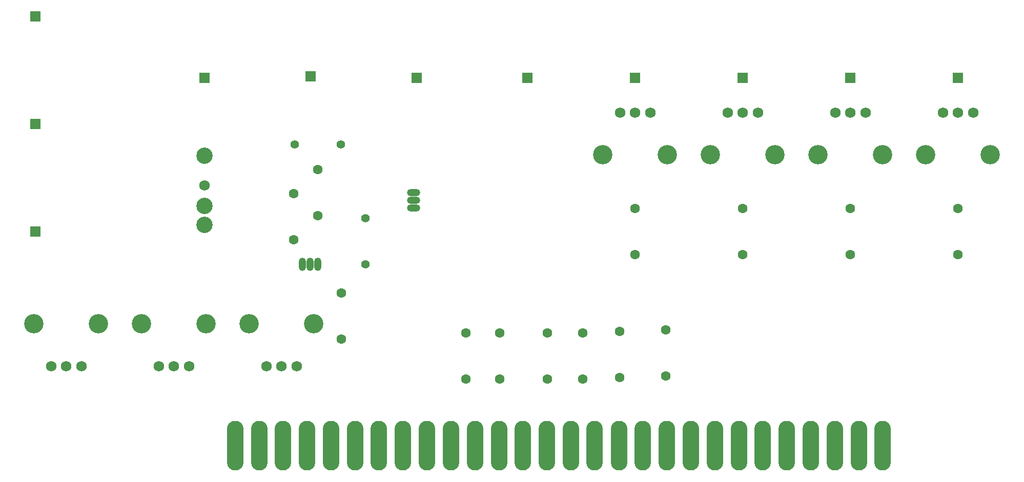
<source format=gbs>
G04 Layer_Color=16711935*
%FSLAX25Y25*%
%MOIN*%
G70*
G01*
G75*
%ADD26O,0.10800X0.32300*%
%ADD27C,0.06312*%
%ADD28R,0.06706X0.06706*%
%ADD29O,0.04737X0.08674*%
%ADD30O,0.04737X0.08674*%
%ADD31C,0.05524*%
%ADD32O,0.08674X0.04737*%
%ADD33O,0.08674X0.04737*%
%ADD34C,0.06800*%
%ADD35C,0.12611*%
%ADD36C,0.10642*%
%ADD37R,0.06706X0.06706*%
D26*
X904713Y280772D02*
D03*
X889113D02*
D03*
X857905D02*
D03*
X842315D02*
D03*
X826713D02*
D03*
X811113D02*
D03*
X795513D02*
D03*
X873413D02*
D03*
X779915D02*
D03*
X920301D02*
D03*
X1013799D02*
D03*
X935899D02*
D03*
X951499D02*
D03*
X967099D02*
D03*
X982701D02*
D03*
X998291D02*
D03*
X1029499D02*
D03*
X1045099D02*
D03*
X1060687D02*
D03*
X1154185D02*
D03*
X1076285D02*
D03*
X1091885D02*
D03*
X1107485D02*
D03*
X1123087D02*
D03*
X1138677D02*
D03*
X1169885D02*
D03*
X1185485D02*
D03*
X1201071D02*
D03*
D27*
X1030000Y325000D02*
D03*
Y355000D02*
D03*
X1060000Y326000D02*
D03*
Y356000D02*
D03*
X930000Y324000D02*
D03*
Y354000D02*
D03*
X1006000D02*
D03*
Y324000D02*
D03*
X952000Y354000D02*
D03*
Y324000D02*
D03*
X983000Y354000D02*
D03*
Y324000D02*
D03*
X1180000Y435000D02*
D03*
Y405000D02*
D03*
X817913Y414961D02*
D03*
Y444961D02*
D03*
X1040000Y435000D02*
D03*
Y405000D02*
D03*
X833512Y460559D02*
D03*
Y430559D02*
D03*
X849000Y350000D02*
D03*
Y380000D02*
D03*
X1110000Y435000D02*
D03*
Y405000D02*
D03*
X1250000Y435000D02*
D03*
Y405000D02*
D03*
D28*
X650000Y420000D02*
D03*
Y490000D02*
D03*
Y560000D02*
D03*
X970000Y520000D02*
D03*
X829000Y521000D02*
D03*
X898000Y520000D02*
D03*
X1180000D02*
D03*
X1110000D02*
D03*
X1040000D02*
D03*
X760000D02*
D03*
D29*
X823512Y398764D02*
D03*
X833512D02*
D03*
D30*
X828512D02*
D03*
D31*
X864709Y428764D02*
D03*
Y398764D02*
D03*
X848512Y476756D02*
D03*
X818512D02*
D03*
D32*
X895905Y435559D02*
D03*
Y445559D02*
D03*
D33*
Y440559D02*
D03*
D34*
X819843Y332441D02*
D03*
X800158D02*
D03*
X810000D02*
D03*
X749843D02*
D03*
X730158D02*
D03*
X740000D02*
D03*
X679843D02*
D03*
X660157D02*
D03*
X670000D02*
D03*
X760000Y450000D02*
D03*
X1170158Y497559D02*
D03*
X1189843D02*
D03*
X1180000D02*
D03*
X1100158D02*
D03*
X1119843D02*
D03*
X1110000D02*
D03*
X1030157D02*
D03*
X1049842D02*
D03*
X1040000D02*
D03*
X1240158D02*
D03*
X1259842D02*
D03*
X1250000D02*
D03*
D35*
X789134Y360000D02*
D03*
X830866D02*
D03*
X719134D02*
D03*
X760866D02*
D03*
X649134D02*
D03*
X690866D02*
D03*
X1200866Y470000D02*
D03*
X1159134D02*
D03*
X1130866D02*
D03*
X1089134D02*
D03*
X1060866D02*
D03*
X1019134D02*
D03*
X1270866D02*
D03*
X1229134D02*
D03*
D36*
X760000Y424488D02*
D03*
Y436693D02*
D03*
Y469370D02*
D03*
D37*
X1250000Y520000D02*
D03*
M02*

</source>
